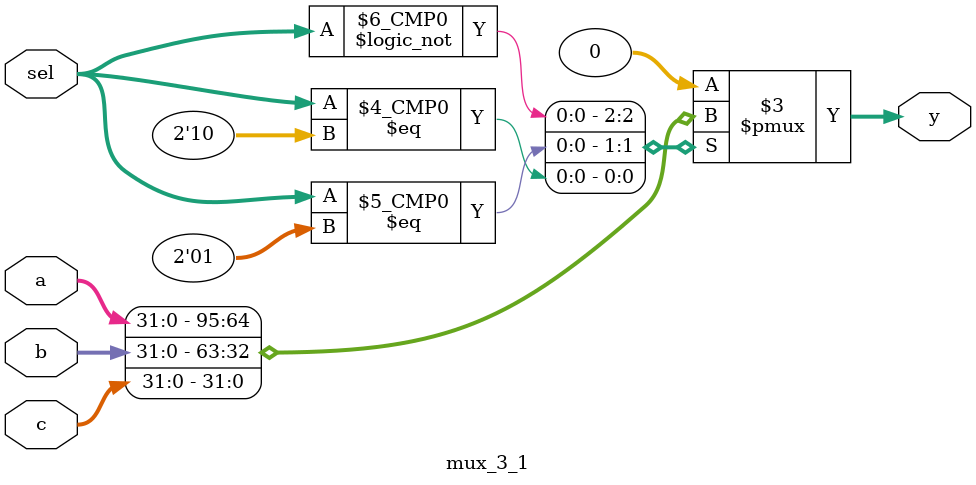
<source format=sv>
module mux_3_1 (
    input  logic [31:0] a,     // 32-bit input 0
    input  logic [31:0] b,     // 32-bit input 1
    input  logic [31:0] c,     // 32-bit input 2
    input  logic [1:0] sel,    // 2-bit selection input
    output logic [31:0] y      // 32-bit output of the MUX
);
    always_comb begin
        case (sel)
            2'b00: y = a;      // Select input a
            2'b01: y = b;      // Select input b
            2'b10: y = c;      // Select input c
            default: y = 32'b0; // Default case (optional)
        endcase
    end
endmodule


</source>
